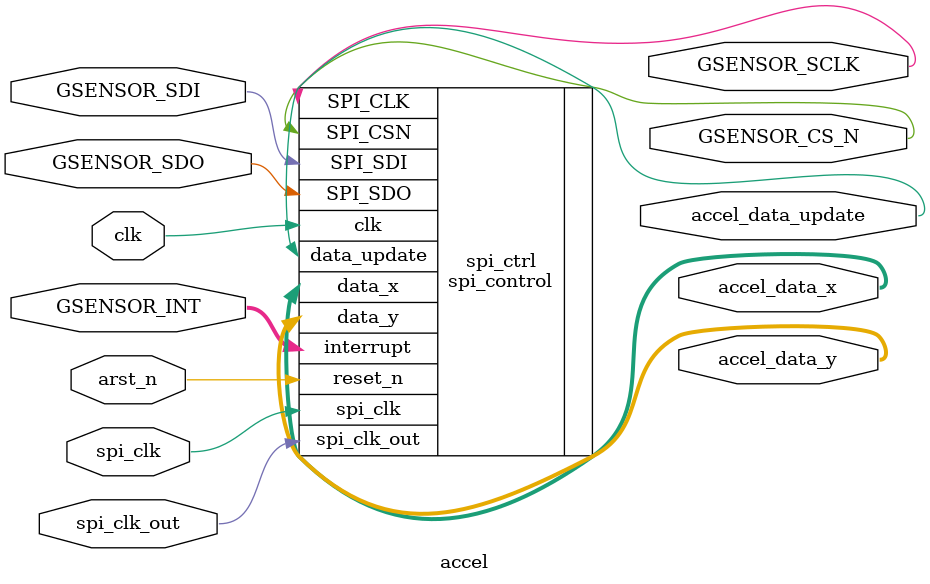
<source format=v>
module accel (
  //-------------------- CLOCK        ----------------//
    input             clk               ,  // 25 MHz, phase   0 degrees
    input             spi_clk           ,  //  2 MHz, phase   0 degrees
    input             spi_clk_out       ,  //  2 MHz, phase 270 degrees
  //-------------------- ARSTn        ----------------//
    input             arst_n            ,
  //-------------------- Coordinates  ----------------//
    output  [15:0]    accel_data_x      ,
    output  [15:0]    accel_data_y      ,
    output            accel_data_update ,
  //-------------------- Accelerometer ports ---------//
    output            GSENSOR_CS_N      ,
    input   [ 2:1]    GSENSOR_INT       ,
    output            GSENSOR_SCLK      ,
    inout             GSENSOR_SDI       ,
    inout             GSENSOR_SDO
);

  localparam SPI_CLK_FREQ  = 200;  // SPI Clock (Hz)
  localparam UPDATE_FREQ   = 1;    // Sampling frequency (Hz)

  //---- Instantiation of the spi_control module which provides the logic to interface to the accelerometer ----//
    spi_control #(     // parameters
      .SPI_CLK_FREQ   ( SPI_CLK_FREQ      ),
      .UPDATE_FREQ    ( UPDATE_FREQ       )
    ) spi_ctrl (      // port connections
      .reset_n        ( arst_n            ),
      .clk            ( clk               ),
      .spi_clk        ( spi_clk           ),
      .spi_clk_out    ( spi_clk_out       ),
      .data_update    ( accel_data_update ),
      .data_x         ( accel_data_x      ),
      .data_y         ( accel_data_y      ),
      .SPI_SDI        ( GSENSOR_SDI       ),
      .SPI_SDO        ( GSENSOR_SDO       ),
      .SPI_CSN        ( GSENSOR_CS_N      ),
      .SPI_CLK        ( GSENSOR_SCLK      ),
      .interrupt      ( GSENSOR_INT       )
    );

endmodule
</source>
